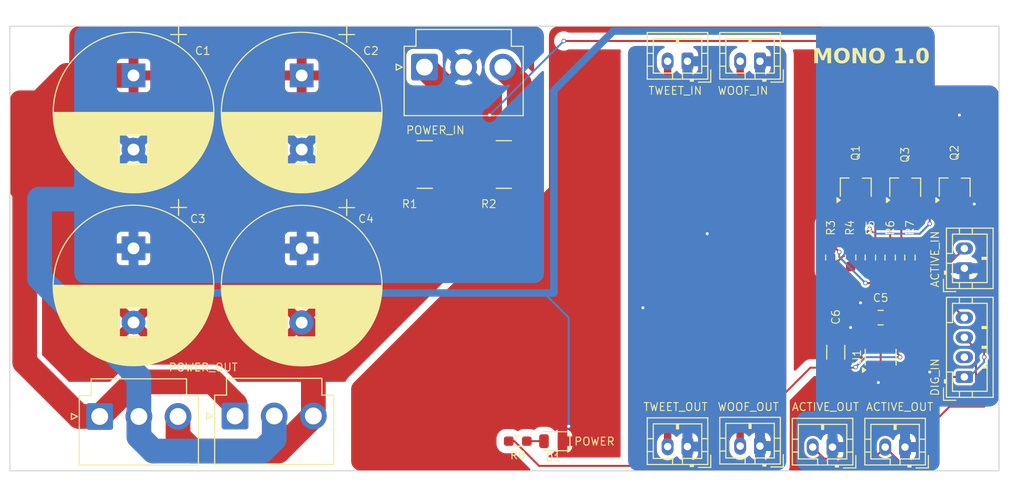
<source format=kicad_pcb>
(kicad_pcb (version 20240108) (generator "pcbnew") (generator_version "8.0")
  (layers (0 "F.Cu" signal) (31 "B.Cu" signal) (34 "B.Paste" user) (35 "F.Paste" user) (36 "B.SilkS" user "B.Silkscreen") (37 "F.SilkS" user "F.Silkscreen") (38 "B.Mask" user) (39 "F.Mask" user) (44 "Edge.Cuts" user))
  (net 0 "")
  (net 1 "VM")
  (net 2 "VP")
  (net 3 "PGND")
  (net 4 "POS")
  (net 5 "NEG")
  (net 6 "ACTIVE")
  (net 7 "3V3")
  (net 8 "SCL")
  (net 9 "SDA")
  (net 10 "TWEETER")
  (net 11 "WOOFER")
  (net 12 "ACTIVE_IN")
  (net 13 "ACTIVE_OUT")
  (net 14 "AGND")
  (net 15 "Net-(Q1-B)")
  (net 16 "Net-(Q1-C)")
  (net 17 "Net-(Q2-B)")
  (net 18 "Net-(Q3-B)")
  (net 19 "Net-(Q2-C)")
  (net 20 "Net-(D1-A)")
  (footprint "Capacitor_THT:CP_Radial_D16.0mm_P7.50mm" (layer "F.Cu") (at 98.4 95.987246 -90)
    (property "Reference" "C3" (at -2.987246 -6.5 0) (layer "F.SilkS") (effects (font (size 0.8 0.8) (thickness 0.1))))
    (property "Value" "2200u 50V")
    (pad "1" thru_hole rect (at 0 0 270) (size 2.4 2.4) (drill 1.2) (layers "*.Cu" "*.Mask") (net 3 "PGND"))
    (pad "2" thru_hole circle (at 7.5 0 270) (size 2.4 2.4) (drill 1.2) (layers "*.Cu" "*.Mask") (net 5 "NEG"))
  )
  (footprint "Connector_JST:JST_PH_B2B-PH-K_1x02_P2.00mm_Vertical" (layer "F.Cu") (at 154.4 116.05 180)
    (property "Reference" "J9" (hide yes))
    (property "Value" "Conn_01x02_Pin")
    (pad "1" thru_hole roundrect (at 0 0 180) (size 1.2 1.75) (drill 0.75) (layers "*.Cu" "*.Mask") (roundrect_rratio 0.208333) (net 14 "AGND"))
    (pad "2" thru_hole oval (at 2 0 180) (size 1.2 1.75) (drill 0.75) (layers "*.Cu" "*.Mask") (net 10 "TWEETER"))
  )
  (footprint "Connector_JST:JST_PH_B2B-PH-K_1x02_P2.00mm_Vertical" (layer "F.Cu") (at 161.733333 77.05 180)
    (property "Reference" "J3" (hide yes))
    (property "Value" "Conn_01x02_Pin")
    (pad "1" thru_hole roundrect (at 0 0 180) (size 1.2 1.75) (drill 0.75) (layers "*.Cu" "*.Mask") (roundrect_rratio 0.208333) (net 14 "AGND"))
    (pad "2" thru_hole oval (at 2 0 180) (size 1.2 1.75) (drill 0.75) (layers "*.Cu" "*.Mask") (net 11 "WOOFER"))
  )
  (footprint "Capacitor_THT:CP_Radial_D16.0mm_P7.50mm" (layer "F.Cu") (at 98.4 78.487246 -90)
    (property "Reference" "C1" (at -2.487246 -7 0) (layer "F.SilkS") (effects (font (size 0.8 0.8) (thickness 0.1))))
    (property "Value" "2200u 50V")
    (pad "1" thru_hole rect (at 0 0 270) (size 2.4 2.4) (drill 1.2) (layers "*.Cu" "*.Mask") (net 4 "POS"))
    (pad "2" thru_hole circle (at 7.5 0 270) (size 2.4 2.4) (drill 1.2) (layers "*.Cu" "*.Mask") (net 3 "PGND"))
  )
  (footprint "Resistor_SMD:R_0603_1608Metric_Pad0.98x0.95mm_HandSolder" (layer "F.Cu") (at 174.9 96.9125 90)
    (property "Reference" "R6" (at 3 0 90) (layer "F.SilkS") (effects (font (size 0.8 0.8) (thickness 0.1))))
    (property "Value" "10K")
    (pad "1" smd roundrect (at -0.9125 0 90) (size 0.975 0.95) (layers "F.Cu" "F.Paste" "F.Mask") (net 5 "NEG"))
    (pad "2" smd roundrect (at 0.9125 0 90) (size 0.975 0.95) (layers "F.Cu" "F.Paste" "F.Mask") (net 18 "Net-(Q3-B)"))
  )
  (footprint "MountingHole:MountingHole_3.2mm_M3" (layer "F.Cu") (at 88.4 76 90)
    (property "Reference" "H1" (hide yes))
    (property "Value" "MountingHole")
    (pad "" np_thru_hole circle (at 0 0 90) (size 3.2 3.2) (drill 3.2) (layers "*.Cu" "*.Mask"))
  )
  (footprint "MountingHole:MountingHole_3.2mm_M3" (layer "F.Cu") (at 88.4 116 90)
    (property "Reference" "H3" (hide yes))
    (property "Value" "MountingHole")
    (pad "" np_thru_hole circle (at 0 0 90) (size 3.2 3.2) (drill 3.2) (layers "*.Cu" "*.Mask"))
  )
  (footprint "MountingHole:MountingHole_3.2mm_M3" (layer "F.Cu") (at 183.4 76 90)
    (property "Reference" "H2" (hide yes))
    (property "Value" "MountingHole")
    (pad "" np_thru_hole circle (at 0 0 90) (size 3.2 3.2) (drill 3.2) (layers "*.Cu" "*.Mask"))
  )
  (footprint "Connector_JST:JST_VH_B3P-VH-B_1x03_P3.96mm_Vertical" (layer "F.Cu") (at 108.6625 112.95)
    (property "Reference" "J7" (hide yes))
    (property "Value" "Conn_01x03_Male")
    (pad "1" thru_hole roundrect (at 0 0) (size 2.7 2.7) (drill 1.7) (layers "*.Cu" "*.Mask") (roundrect_rratio 0.092593) (net 4 "POS"))
    (pad "2" thru_hole circle (at 3.96 0) (size 2.7 2.7) (drill 1.7) (layers "*.Cu" "*.Mask") (net 3 "PGND"))
    (pad "3" thru_hole circle (at 7.92 0) (size 2.7 2.7) (drill 1.7) (layers "*.Cu" "*.Mask") (net 5 "NEG"))
  )
  (footprint "Connector_JST:JST_VH_B3P-VH-B_1x03_P3.96mm_Vertical" (layer "F.Cu") (at 94.98 113)
    (property "Reference" "J6" (hide yes))
    (property "Value" "Conn_01x03_Male")
    (pad "1" thru_hole roundrect (at 0 0) (size 2.7 2.7) (drill 1.7) (layers "*.Cu" "*.Mask") (roundrect_rratio 0.092593) (net 4 "POS"))
    (pad "2" thru_hole circle (at 3.96 0) (size 2.7 2.7) (drill 1.7) (layers "*.Cu" "*.Mask") (net 3 "PGND"))
    (pad "3" thru_hole circle (at 7.92 0) (size 2.7 2.7) (drill 1.7) (layers "*.Cu" "*.Mask") (net 5 "NEG"))
  )
  (footprint "Package_TO_SOT_SMD:TSOT-23" (layer "F.Cu") (at 171.4 89.825 90)
    (property "Reference" "Q1" (at 3.5 0 90) (layer "F.SilkS") (effects (font (size 0.8 0.8) (thickness 0.1))))
    (property "Value" "610-CMPTA56")
    (pad "1" smd roundrect (at -1.31 -0.95 90) (size 1.22 0.65) (layers "F.Cu" "F.Paste" "F.Mask") (net 15 "Net-(Q1-B)"))
    (pad "2" smd roundrect (at -1.31 0.95 90) (size 1.22 0.65) (layers "F.Cu" "F.Paste" "F.Mask") (net 7 "3V3"))
    (pad "3" smd roundrect (at 1.31 0 90) (size 1.22 0.65) (layers "F.Cu" "F.Paste" "F.Mask") (net 16 "Net-(Q1-C)"))
  )
  (footprint "Connector_JST:JST_PH_B2B-PH-K_1x02_P2.00mm_Vertical" (layer "F.Cu") (at 161.733333 116 180)
    (property "Reference" "J8" (hide yes))
    (property "Value" "Conn_01x02_Pin")
    (pad "1" thru_hole roundrect (at 0 0 180) (size 1.2 1.75) (drill 0.75) (layers "*.Cu" "*.Mask") (roundrect_rratio 0.208333) (net 14 "AGND"))
    (pad "2" thru_hole oval (at 2 0 180) (size 1.2 1.75) (drill 0.75) (layers "*.Cu" "*.Mask") (net 11 "WOOFER"))
  )
  (footprint "Connector_JST:JST_PH_B2B-PH-K_1x02_P2.00mm_Vertical" (layer "F.Cu") (at 169.066666 116.1 180)
    (property "Reference" "J11" (hide yes))
    (property "Value" "Conn_01x02_Pin")
    (pad "1" thru_hole roundrect (at 0 0 180) (size 1.2 1.75) (drill 0.75) (layers "*.Cu" "*.Mask") (roundrect_rratio 0.208333) (net 3 "PGND"))
    (pad "2" thru_hole oval (at 2 0 180) (size 1.2 1.75) (drill 0.75) (layers "*.Cu" "*.Mask") (net 13 "ACTIVE_OUT"))
  )
  (footprint "Resistor_SMD:R_0603_1608Metric_Pad0.98x0.95mm_HandSolder" (layer "F.Cu") (at 170.9 96.9125 -90)
    (property "Reference" "R4" (at -3 0.07 90) (layer "F.SilkS") (effects (font (size 0.8 0.8) (thickness 0.1))))
    (property "Value" "1K")
    (pad "1" smd roundrect (at -0.9125 0 270) (size 0.975 0.95) (layers "F.Cu" "F.Paste" "F.Mask") (net 19 "Net-(Q2-C)"))
    (pad "2" smd roundrect (at 0.9125 0 270) (size 0.975 0.95) (layers "F.Cu" "F.Paste" "F.Mask") (net 15 "Net-(Q1-B)"))
  )
  (footprint "Resistor_SMD:R_1218_3246Metric_Pad1.22x4.75mm_HandSolder" (layer "F.Cu") (at 127.8375 87.5 180)
    (property "Reference" "R1" (at 1.52 -4 0) (layer "F.SilkS") (effects (font (size 0.8 0.8) (thickness 0.1))))
    (property "Value" "470m 3W")
    (pad "1" smd roundrect (at -1.5625 0 180) (size 1.225 4.75) (layers "F.Cu" "F.Paste" "F.Mask") (roundrect_rratio 0.204082) (net 2 "VP"))
    (pad "2" smd roundrect (at 1.5625 0 180) (size 1.225 4.75) (layers "F.Cu" "F.Paste" "F.Mask") (roundrect_rratio 0.204082) (net 4 "POS"))
  )
  (footprint "Connector_JST:JST_VH_B3P-VH-B_1x03_P3.96mm_Vertical" (layer "F.Cu") (at 127.8175 77.64375)
    (property "Reference" "J1" (hide yes))
    (property "Value" "Conn_01x03_Male")
    (pad "1" thru_hole roundrect (at 0 0) (size 2.7 2.7) (drill 1.7) (layers "*.Cu" "*.Mask") (roundrect_rratio 0.092593) (net 2 "VP"))
    (pad "2" thru_hole circle (at 3.96 0) (size 2.7 2.7) (drill 1.7) (layers "*.Cu" "*.Mask") (net 3 "PGND"))
    (pad "3" thru_hole circle (at 7.92 0) (size 2.7 2.7) (drill 1.7) (layers "*.Cu" "*.Mask") (net 1 "VM"))
  )
  (footprint "Capacitor_SMD:C_0805_2012Metric_Pad1.18x1.45mm_HandSolder" (layer "F.Cu") (at 173.9375 103 180)
    (property "Reference" "C5" (at 0 2 0) (layer "F.SilkS") (effects (font (size 0.8 0.8) (thickness 0.1))))
    (property "Value" "0.1u")
    (pad "1" smd roundrect (at -1.0375 0 180) (size 1.175 1.45) (layers "F.Cu" "F.Paste" "F.Mask") (roundrect_rratio 0.212766) (net 7 "3V3"))
    (pad "2" smd roundrect (at 1.0375 0 180) (size 1.175 1.45) (layers "F.Cu" "F.Paste" "F.Mask") (roundrect_rratio 0.212766) (net 3 "PGND"))
  )
  (footprint "Connector_JST:JST_PH_B2B-PH-K_1x02_P2.00mm_Vertical" (layer "F.Cu") (at 154.4 77.05 180)
    (property "Reference" "J2" (hide yes))
    (property "Value" "Conn_01x02_Pin")
    (pad "1" thru_hole roundrect (at 0 0 180) (size 1.2 1.75) (drill 0.75) (layers "*.Cu" "*.Mask") (roundrect_rratio 0.208333) (net 14 "AGND"))
    (pad "2" thru_hole oval (at 2 0 180) (size 1.2 1.75) (drill 0.75) (layers "*.Cu" "*.Mask") (net 10 "TWEETER"))
  )
  (footprint "Package_TO_SOT_SMD:TSOT-23" (layer "F.Cu") (at 176.4 89.825 90)
    (property "Reference" "Q3" (at 3.31 0 90) (layer "F.SilkS") (effects (font (size 0.8 0.8) (thickness 0.1))))
    (property "Value" "BC817K-40")
    (pad "1" smd roundrect (at -1.31 -0.95 90) (size 1.22 0.65) (layers "F.Cu" "F.Paste" "F.Mask") (net 18 "Net-(Q3-B)"))
    (pad "2" smd roundrect (at -1.31 0.95 90) (size 1.22 0.65) (layers "F.Cu" "F.Paste" "F.Mask") (net 5 "NEG"))
    (pad "3" smd roundrect (at 1.31 0 90) (size 1.22 0.65) (layers "F.Cu" "F.Paste" "F.Mask") (net 13 "ACTIVE_OUT"))
  )
  (footprint "Capacitor_THT:CP_Radial_D16.0mm_P7.50mm" (layer "F.Cu") (at 115.4 96 -90)
    (property "Reference" "C4" (at -3 -6.5 0) (layer "F.SilkS") (effects (font (size 0.8 0.8) (thickness 0.1))))
    (property "Value" "2200u 50V")
    (pad "1" thru_hole rect (at 0 0 270) (size 2.4 2.4) (drill 1.2) (layers "*.Cu" "*.Mask") (net 3 "PGND"))
    (pad "2" thru_hole circle (at 7.5 0 270) (size 2.4 2.4) (drill 1.2) (layers "*.Cu" "*.Mask") (net 5 "NEG"))
  )
  (footprint "Connector_JST:JST_PH_B2B-PH-K_1x02_P2.00mm_Vertical" (layer "F.Cu") (at 176.4 116.1 180)
    (property "Reference" "J10" (hide yes))
    (property "Value" "Conn_01x02_Pin")
    (pad "1" thru_hole roundrect (at 0 0 180) (size 1.2 1.75) (drill 0.75) (layers "*.Cu" "*.Mask") (roundrect_rratio 0.208333) (net 3 "PGND"))
    (pad "2" thru_hole oval (at 2 0 180) (size 1.2 1.75) (drill 0.75) (layers "*.Cu" "*.Mask") (net 13 "ACTIVE_OUT"))
  )
  (footprint "LED_SMD:LED_0805_2012Metric" (layer "F.Cu") (at 140.8375 115.5 180)
    (property "Reference" "D1" (at 0 -1.65 360) (layer "F.SilkS") (effects (font (size 0.8 0.8) (thickness 0.1))))
    (property "Value" "BLUE")
    (pad "1" smd roundrect (at -0.9375 0 180) (size 0.975 1.4) (layers "F.Cu" "F.Paste" "F.Mask") (net 3 "PGND"))
    (pad "2" smd roundrect (at 0.9375 0 180) (size 0.975 1.4) (layers "F.Cu" "F.Paste" "F.Mask") (net 20 "Net-(D1-A)"))
  )
  (footprint "Resistor_SMD:R_1218_3246Metric_Pad1.22x4.75mm_HandSolder" (layer "F.Cu") (at 135.8375 87.5 180)
    (property "Reference" "R2" (at 1.52 -4 0) (layer "F.SilkS") (effects (font (size 0.8 0.8) (thickness 0.1))))
    (property "Value" "470m 3W")
    (pad "1" smd roundrect (at -1.5625 0 180) (size 1.225 4.75) (layers "F.Cu" "F.Paste" "F.Mask") (roundrect_rratio 0.204082) (net 1 "VM"))
    (pad "2" smd roundrect (at 1.5625 0 180) (size 1.225 4.75) (layers "F.Cu" "F.Paste" "F.Mask") (roundrect_rratio 0.204082) (net 5 "NEG"))
  )
  (footprint "Capacitor_THT:CP_Radial_D16.0mm_P7.50mm" (layer "F.Cu") (at 115.4 78.487246 -90)
    (property "Reference" "C2" (at -2.487246 -7 0) (layer "F.SilkS") (effects (font (size 0.8 0.8) (thickness 0.1))))
    (property "Value" "2200u 50V")
    (pad "1" thru_hole rect (at 0 0 270) (size 2.4 2.4) (drill 1.2) (layers "*.Cu" "*.Mask") (net 4 "POS"))
    (pad "2" thru_hole circle (at 7.5 0 270) (size 2.4 2.4) (drill 1.2) (layers "*.Cu" "*.Mask") (net 3 "PGND"))
  )
  (footprint "Resistor_SMD:R_0603_1608Metric_Pad0.98x0.95mm_HandSolder" (layer "F.Cu") (at 172.9 96.9125 90)
    (property "Reference" "R5" (at 3 0 90) (layer "F.SilkS") (effects (font (size 0.8 0.8) (thickness 0.1))))
    (property "Value" "90K")
    (pad "1" smd roundrect (at -0.9125 0 90) (size 0.975 0.95) (layers "F.Cu" "F.Paste" "F.Mask") (net 18 "Net-(Q3-B)"))
    (pad "2" smd roundrect (at 0.9125 0 90) (size 0.975 0.95) (layers "F.Cu" "F.Paste" "F.Mask") (net 16 "Net-(Q1-C)"))
  )
  (footprint "Connector_JST:JST_PH_B2B-PH-K_1x02_P2.00mm_Vertical" (layer "F.Cu") (at 182.4 98 90)
    (property "Reference" "J4" (hide yes))
    (property "Value" "Conn_01x02_Pin")
    (pad "1" thru_hole roundrect (at 0 0 90) (size 1.2 1.75) (drill 0.75) (layers "*.Cu" "*.Mask") (roundrect_rratio 0.208333) (net 3 "PGND"))
    (pad "2" thru_hole oval (at 2 0 90) (size 1.2 1.75) (drill 0.75) (layers "*.Cu" "*.Mask") (net 12 "ACTIVE_IN"))
  )
  (footprint "Connector_JST:JST_PH_B4B-PH-K_1x04_P2.00mm_Vertical" (layer "F.Cu") (at 182.4 109 90)
    (property "Reference" "J5" (hide yes))
    (property "Value" "Conn_01x04_Pin")
    (pad "1" thru_hole roundrect (at 0 0 90) (size 1.2 1.75) (drill 0.75) (layers "*.Cu" "*.Mask") (roundrect_rratio 0.208333) (net 7 "3V3"))
    (pad "2" thru_hole oval (at 2 0 90) (size 1.2 1.75) (drill 0.75) (layers "*.Cu" "*.Mask") (net 6 "ACTIVE"))
    (pad "3" thru_hole oval (at 4 0 90) (size 1.2 1.75) (drill 0.75) (layers "*.Cu" "*.Mask") (net 8 "SCL"))
    (pad "4" thru_hole oval (at 6 0 90) (size 1.2 1.75) (drill 0.75) (layers "*.Cu" "*.Mask") (net 9 "SDA"))
  )
  (footprint "Resistor_SMD:R_0603_1608Metric_Pad0.98x0.95mm_HandSolder" (layer "F.Cu") (at 137.25 115.5 180)
    (property "Reference" "R8" (at 0 -1.43 360) (layer "F.SilkS") (effects (font (size 0.8 0.8) (thickness 0.1))))
    (property "Value" "75R")
    (pad "1" smd roundrect (at -0.9125 0 180) (size 0.975 0.95) (layers "F.Cu" "F.Paste" "F.Mask") (net 20 "Net-(D1-A)"))
    (pad "2" smd roundrect (at 0.9125 0 180) (size 0.975 0.95) (layers "F.Cu" "F.Paste" "F.Mask") (net 7 "3V3"))
  )
  (footprint "Resistor_SMD:R_0603_1608Metric_Pad0.98x0.95mm_HandSolder" (layer "F.Cu") (at 176.9 96.9125 90)
    (property "Reference" "R7" (at 3 0 90) (layer "F.SilkS") (effects (font (size 0.8 0.8) (thickness 0.1))))
    (property "Value" "1K")
    (pad "1" smd roundrect (at -0.9125 0 90) (size 0.975 0.95) (layers "F.Cu" "F.Paste" "F.Mask") (net 12 "ACTIVE_IN"))
    (pad "2" smd roundrect (at 0.9125 0 90) (size 0.975 0.95) (layers "F.Cu" "F.Paste" "F.Mask") (net 17 "Net-(Q2-B)"))
  )
  (footprint "MountingHole:MountingHole_3.2mm_M3" (layer "F.Cu") (at 183.4 116 90)
    (property "Reference" "H4" (hide yes))
    (property "Value" "MountingHole")
    (pad "" np_thru_hole circle (at 0 0 90) (size 3.2 3.2) (drill 3.2) (layers "*.Cu" "*.Mask"))
  )
  (footprint "Package_TO_SOT_SMD:TSOT-23" (layer "F.Cu") (at 181.4 89.825 90)
    (property "Reference" "Q2" (at 3.5 0 90) (layer "F.SilkS") (effects (font (size 0.8 0.8) (thickness 0.1))))
    (property "Value" "BC817K-40")
    (pad "1" smd roundrect (at -1.31 -0.95 90) (size 1.22 0.65) (layers "F.Cu" "F.Paste" "F.Mask") (net 17 "Net-(Q2-B)"))
    (pad "2" smd roundrect (at -1.31 0.95 90) (size 1.22 0.65) (layers "F.Cu" "F.Paste" "F.Mask") (net 3 "PGND"))
    (pad "3" smd roundrect (at 1.31 0 90) (size 1.22 0.65) (layers "F.Cu" "F.Paste" "F.Mask") (net 19 "Net-(Q2-C)"))
  )
  (footprint "Resistor_SMD:R_0603_1608Metric_Pad0.98x0.95mm_HandSolder" (layer "F.Cu") (at 168.9 96.9125 90)
    (property "Reference" "R3" (at 3 0 90) (layer "F.SilkS") (effects (font (size 0.8 0.8) (thickness 0.1))))
    (property "Value" "10k")
    (pad "1" smd roundrect (at -0.9125 0 90) (size 0.975 0.95) (layers "F.Cu" "F.Paste" "F.Mask") (net 19 "Net-(Q2-C)"))
    (pad "2" smd roundrect (at 0.9125 0 90) (size 0.975 0.95) (layers "F.Cu" "F.Paste" "F.Mask") (net 7 "3V3"))
  )
  (footprint "Capacitor_SMD:C_1206_3216Metric_Pad1.33x1.80mm_HandSolder" (layer "F.Cu") (at 169.4 106.5 90)
    (property "Reference" "C6" (at 3.5625 0 90) (layer "F.SilkS") (effects (font (size 0.8 0.8) (thickness 0.1))))
    (property "Value" "10u")
    (pad "1" smd roundrect (at -1.5625 0 90) (size 1.325 1.8) (layers "F.Cu" "F.Paste" "F.Mask") (roundrect_rratio 0.188679) (net 7 "3V3"))
    (pad "2" smd roundrect (at 1.5625 0 90) (size 1.325 1.8) (layers "F.Cu" "F.Paste" "F.Mask") (roundrect_rratio 0.188679) (net 3 "PGND"))
  )
  (footprint "Package_TO_SOT_SMD:SOT-23-6" (layer "F.Cu") (at 173.9375 107 90)
    (property "Reference" "U1" (at 0 -2.4 90) (layer "F.SilkS") (effects (font (size 0.8 0.8) (thickness 0.1))))
    (property "Value" "TMP100")
    (pad "1" smd roundrect (at -1.1375 -0.95 90) (size 1.325 0.6) (layers "F.Cu" "F.Paste" "F.Mask") (net 8 "SCL"))
    (pad "2" smd roundrect (at -1.1375 0 90) (size 1.325 0.6) (layers "F.Cu" "F.Paste" "F.Mask") (net 3 "PGND"))
    (pad "3" smd roundrect (at -1.1375 0.95 90) (size 1.325 0.6) (layers "F.Cu" "F.Paste" "F.Mask") (net 3 "PGND"))
    (pad "4" smd roundrect (at 1.1375 0.95 90) (size 1.325 0.6) (layers "F.Cu" "F.Paste" "F.Mask") (net 7 "3V3"))
    (pad "5" smd roundrect (at 1.1375 0 90) (size 1.325 0.6) (layers "F.Cu" "F.Paste" "F.Mask") (net 3 "PGND"))
    (pad "6" smd roundrect (at 1.1375 -0.95 90) (size 1.325 0.6) (layers "F.Cu" "F.Paste" "F.Mask") (net 9 "SDA"))
  )
  (gr_line (start 85.9 118.5) (end 85.9 73.5) (stroke (width 0.1)) (layer "Edge.Cuts"))
  (gr_line (start 85.9 73.5) (end 185.9 73.5) (stroke (width 0.1)) (layer "Edge.Cuts"))
  (gr_line (start 185.9 73.5) (end 185.9 118.5) (stroke (width 0.1)) (layer "Edge.Cuts"))
  (gr_line (start 185.9 118.5) (end 85.9 118.5) (stroke (width 0.1)) (layer "Edge.Cuts"))
  (gr_text "DIG_IN" (at 179.9 111 90) (layer "F.SilkS") (effects (font (size 0.8 0.8) (thickness 0.1)) (justify left bottom)))
  (gr_text "POWER" (at 142.9 116 0) (layer "F.SilkS") (effects (font (size 0.8 0.8) (thickness 0.1)) (justify left bottom)))
  (gr_text "WOOF_OUT" (at 157.4 112.5 0) (layer "F.SilkS") (effects (font (size 0.8 0.8) (thickness 0.1)) (justify left bottom)))
  (gr_text "ACTIVE_OUT" (at 164.9 112.5 0) (layer "F.SilkS") (effects (font (size 0.8 0.8) (thickness 0.1)) (justify left bottom)))
  (gr_text "POWER_OUT" (at 101.9 108.5 0) (layer "F.SilkS") (effects (font (size 0.8 0.8) (thickness 0.1)) (justify left bottom)))
  (gr_text "POWER_IN" (at 125.9 84.5 0) (layer "F.SilkS") (effects (font (size 0.8 0.8) (thickness 0.1)) (justify left bottom)))
  (gr_text "WOOF_IN" (at 157.4 80.5 0) (layer "F.SilkS") (effects (font (size 0.8 0.8) (thickness 0.1)) (justify left bottom)))
  (gr_text "ACTIVE_IN" (at 179.9 100 90) (layer "F.SilkS") (effects (font (size 0.8 0.8) (thickness 0.1)) (justify left bottom)))
  (gr_text "MONO 1.0" (at 178.9 77.5 0) (layer "F.SilkS") (effects (font (size 1.5 1.5) (thickness 0.1) (bold yes)) (justify right bottom)))
  (gr_text "TWEET_OUT" (at 149.9 112.5 0) (layer "F.SilkS") (effects (font (size 0.8 0.8) (thickness 0.1)) (justify left bottom)))
  (gr_text "TWEET_IN" (at 150.4 80.5 0) (layer "F.SilkS") (effects (font (size 0.8 0.8) (thickness 0.1)) (justify left bottom)))
  (gr_text "ACTIVE_OUT" (at 172.4 112.5 0) (layer "F.SilkS") (effects (font (size 0.8 0.8) (thickness 0.1)) (justify left bottom)))
  (segment (start 137.4 79.30625) (end 137.4 86.69375) (width 2.5) (layer "F.Cu") (net 1))
  (segment (start 135.7375 77.64375) (end 137.4 79.30625) (width 2.5) (layer "F.Cu") (net 1))
  (segment (start 127.8175 77.64375) (end 129.4 79.22625) (width 2.5) (layer "F.Cu") (net 2))
  (segment (start 129.4 79.22625) (end 129.4 87.5) (width 2.5) (layer "F.Cu") (net 2))
  (segment (start 173.9375 105.8625) (end 173.9375 108.1375) (width 0.2) (layer "F.Cu") (net 3))
  (segment (start 141.775 114.625) (end 142.4 114) (width 0.2) (layer "F.Cu") (net 3))
  (segment (start 172.9 102.5) (end 171.9 101.5) (width 0.2) (layer "F.Cu") (net 3))
  (segment (start 183.035 91.135) (end 183.4 91.5) (width 0.2) (layer "F.Cu") (net 3))
  (segment (start 173.9375 109.328851) (end 173.70049 109.565861) (width 0.2) (layer "F.Cu") (net 3))
  (segment (start 169.4 104.9375) (end 169.9625 104.9375) (width 0.2) (layer "F.Cu") (net 3))
  (segment (start 175.25 108.5) (end 177.4375 108.5) (width 0.2) (layer "F.Cu") (net 3))
  (segment (start 173.9375 108.1375) (end 173.9375 109.328851) (width 0.2) (layer "F.Cu") (net 3))
  (segment (start 169.9625 104.9375) (end 170.9 104) (width 0.2) (layer "F.Cu") (net 3))
  (segment (start 174.8875 108.1375) (end 175.25 108.5) (width 0.2) (layer "F.Cu") (net 3))
  (segment (start 182.35 91.135) (end 183.035 91.135) (width 0.2) (layer "F.Cu") (net 3))
  (segment (start 177.4375 108.5) (end 178.9 108.5) (width 0.2) (layer "F.Cu") (net 3))
  (segment (start 172.9 103) (end 172.9 102.5) (width 0.2) (layer "F.Cu") (net 3))
  (segment (start 141.775 115.5) (end 141.775 114.625) (width 0.2) (layer "F.Cu") (net 3))
  (via (at 170.9 104) (size 0.45) (drill 0.3) (layers "F.Cu" "B.Cu") (net 3))
  (via (at 178.9 108.5) (size 0.45) (drill 0.3) (layers "F.Cu" "B.Cu") (net 3))
  (via (at 183.4 91.5) (size 0.45) (drill 0.3) (layers "F.Cu" "B.Cu") (net 3))
  (via (at 181.9 82.5) (size 0.45) (drill 0.3) (layers "F.Cu" "B.Cu") (net 3))
  (via (at 171.9 101.5) (size 0.45) (drill 0.3) (layers "F.Cu" "B.Cu") (net 3))
  (via (at 173.70049 109.565861) (size 0.45) (drill 0.3) (layers "F.Cu" "B.Cu") (net 3))
  (via (at 142.4 114) (size 0.45) (drill 0.3) (layers "F.Cu" "B.Cu") (net 3))
  (segment (start 98.94 115.04) (end 98.94 113) (width 2.5) (layer "B.Cu") (net 3))
  (segment (start 111.4 116.5) (end 100.4 116.5) (width 2.5) (layer "B.Cu") (net 3))
  (segment (start 112.6225 112.95) (end 112.6225 115.2775) (width 2.5) (layer "B.Cu") (net 3))
  (segment (start 112.6225 115.2775) (end 111.4 116.5) (width 2.5) (layer "B.Cu") (net 3))
  (segment (start 88.9 91) (end 97.4 91) (width 2.5) (layer "B.Cu") (net 3))
  (segment (start 142.4 103) (end 139.9 100.5) (width 0.2) (layer "B.Cu") (net 3))
  (segment (start 139.9 100.5) (end 92.4 100.5) (width 0.75) (layer "B.Cu") (net 3))
  (segment (start 98.94 109.04) (end 91.4 101.5) (width 2.5) (layer "B.Cu") (net 3))
  (segment (start 167.9 74) (end 146.9 74) (width 0.75) (layer "B.Cu") (net 3))
  (segment (start 140.9 80) (end 140.9 100.5) (width 0.75) (layer "B.Cu") (net 3))
  (segment (start 97.4 91) (end 97.9 90.5) (width 2.5) (layer "B.Cu") (net 3))
  (segment (start 92.4 100.5) (end 91.4 101.5) (width 0.75) (layer "B.Cu") (net 3))
  (segment (start 140.9 100.5) (end 139.9 100.5) (width 0.75) (layer "B.Cu") (net 3))
  (segment (start 98.94 113) (end 98.94 109.04) (width 2.5) (layer "B.Cu") (net 3))
  (segment (start 100.4 116.5) (end 98.94 115.04) (width 2.5) (layer "B.Cu") (net 3))
  (segment (start 88.9 99) (end 88.9 91) (width 2.5) (layer "B.Cu") (net 3))
  (segment (start 142.4 114) (end 142.4 103) (width 0.2) (layer "B.Cu") (net 3))
  (segment (start 146.9 74) (end 140.9 80) (width 0.75) (layer "B.Cu") (net 3))
  (segment (start 91.4 101.5) (end 88.9 99) (width 2.5) (layer "B.Cu") (net 3))
  (segment (start 87.15 83) (end 87.15 85) (width 2.5) (layer "F.Cu") (net 4))
  (segment (start 91.662754 78.487246) (end 87.15 83) (width 2.5) (layer "F.Cu") (net 4))
  (segment (start 98.4 78.487246) (end 91.662754 78.487246) (width 2.5) (layer "F.Cu") (net 4))
  (segment (start 87.4 107.5) (end 92.9 113) (width 2.5) (layer "F.Cu") (net 4))
  (segment (start 108.6625 112.95) (end 108.6625 111.7625) (width 2.5) (layer "F.Cu") (net 4))
  (segment (start 98.48 109.5) (end 94.98 113) (width 2.5) (layer "F.Cu") (net 4))
  (segment (start 106.4 109.5) (end 98.48 109.5) (width 2.5) (layer "F.Cu") (net 4))
  (segment (start 87.15 85) (end 87.4 85.25) (width 2.5) (layer "F.Cu") (net 4))
  (segment (start 108.6625 111.7625) (end 106.4 109.5) (width 2.5) (layer "F.Cu") (net 4))
  (segment (start 92.9 113) (end 94.98 113) (width 2.5) (layer "F.Cu") (net 4))
  (segment (start 87.4 85.25) (end 87.4 107.5) (width 2.5) (layer "F.Cu") (net 4))
  (segment (start 104.4 116.5) (end 113.0325 116.5) (width 2.5) (layer "F.Cu") (net 5))
  (segment (start 113.0325 116.5) (end 116.5825 112.95) (width 2.5) (layer "F.Cu") (net 5))
  (segment (start 175.4 89.185) (end 175.4 77.5) (width 0.2) (layer "F.Cu") (net 5))
  (segment (start 102.9 113) (end 102.9 115) (width 2.5) (layer "F.Cu") (net 5))
  (segment (start 175.4 77.5) (end 172.9 75) (width 0.2) (layer "F.Cu") (net 5))
  (segment (start 174.9 97.825) (end 176.025001 96.699999) (width 0.2) (layer "F.Cu") (net 5))
  (segment (start 116.5825 112.95) (end 116.5825 104.6825) (width 2.5) (layer "F.Cu") (net 5))
  (segment (start 172.9 75) (end 141.9 75) (width 0.2) (layer "F.Cu") (net 5))
  (segment (start 176.025001 96.699999) (end 176.025001 92.5) (width 0.2) (layer "F.Cu") (net 5))
  (segment (start 176.525001 92) (end 176.025001 92.5) (width 0.2) (layer "F.Cu") (net 5))
  (segment (start 177.35 91.135) (end 175.4 89.185) (width 0.2) (layer "F.Cu") (net 5))
  (segment (start 116.5825 104.6825) (end 115.4 103.5) (width 2.5) (layer "F.Cu") (net 5))
  (segment (start 102.9 115) (end 104.4 116.5) (width 2.5) (layer "F.Cu") (net 5))
  (segment (start 177.35 91.135) (end 176.525001 91.959999) (width 0.2) (layer "F.Cu") (net 5))
  (segment (start 176.525001 91.959999) (end 176.525001 92) (width 0.2) (layer "F.Cu") (net 5))
  (via (at 141.9 75) (size 0.45) (drill 0.3) (layers "F.Cu" "B.Cu") (net 5))
  (via (at 134.4 82.5) (size 0.45) (drill 0.3) (layers "F.Cu" "B.Cu") (net 5))
  (segment (start 134.4 82.5) (end 141.9 75) (width 0.2) (layer "B.Cu") (net 5))
  (segment (start 174.975 105.775) (end 174.8875 105.8625) (width 0.2) (layer "F.Cu") (net 7))
  (segment (start 181.4 99.5) (end 172.4 99.5) (width 0.2) (layer "F.Cu") (net 7))
  (segment (start 184.4 102.5) (end 182.9 101) (width 0.2) (layer "F.Cu") (net 7))
  (segment (start 182.9 101) (end 181.4 99.5) (width 0.2) (layer "F.Cu") (net 7))
  (segment (start 136.9 115.5) (end 139.4 118) (width 0.2) (layer "F.Cu") (net 7))
  (segment (start 174.8875 105.8625) (end 175.375 105.375) (width 0.2) (layer "F.Cu") (net 7))
  (segment (start 139.4 118) (end 163.9 118) (width 0.2) (layer "F.Cu") (net 7))
  (segment (start 166.8375 108.0625) (end 169.4 108.0625) (width 0.2) (layer "F.Cu") (net 7))
  (segment (start 171.85 93.05) (end 168.9 96) (width 0.2) (layer "F.Cu") (net 7))
  (segment (start 174.975 103) (end 174.975 105.775) (width 0.2) (layer "F.Cu") (net 7))
  (segment (start 169.4 108.0625) (end 171.3375 108.0625) (width 0.2) (layer "F.Cu") (net 7))
  (segment (start 172.35 91.135) (end 172.35 92.55) (width 0.2) (layer "F.Cu") (net 7))
  (segment (start 136.3375 115.5) (end 136.9 115.5) (width 0.2) (layer "F.Cu") (net 7))
  (segment (start 168.9 96) (end 169.4 96) (width 0.2) (layer "F.Cu") (net 7))
  (segment (start 184.4 107) (end 184.4 102.5) (width 0.2) (layer "F.Cu") (net 7))
  (segment (start 181.0625 109) (end 177.4375 105.375) (width 0.2) (layer "F.Cu") (net 7))
  (segment (start 182.4 109) (end 181.0625 109) (width 0.2) (layer "F.Cu") (net 7))
  (segment (start 163.9 111) (end 166.8375 108.0625) (width 0.2) (layer "F.Cu") (net 7))
  (segment (start 171.3375 108.0625) (end 171.4 108) (width 0.2) (layer "F.Cu") (net 7))
  (segment (start 175.9 107) (end 175.9 106.875) (width 0.2) (layer "F.Cu") (net 7))
  (segment (start 163.9 118) (end 163.9 111) (width 0.2) (layer "F.Cu") (net 7))
  (segment (start 175.9 106.875) (end 174.8875 105.8625) (width 0.2) (layer "F.Cu") (net 7))
  (segment (start 172.35 92.55) (end 171.85 93.05) (width 0.2) (layer "F.Cu") (net 7))
  (segment (start 175.375 105.375) (end 177.4375 105.375) (width 0.2) (layer "F.Cu") (net 7))
  (segment (start 169.4 96) (end 169.743413 96.343413) (width 0.2) (layer "F.Cu") (net 7))
  (via (at 172.4 99.5) (size 0.45) (drill 0.3) (layers "F.Cu" "B.Cu") (net 7))
  (via (at 171.4 108) (size 0.45) (drill 0.3) (layers "F.Cu" "B.Cu") (net 7))
  (via (at 169.743413 96.343413) (size 0.45) (drill 0.3) (layers "F.Cu" "B.Cu") (net 7))
  (via (at 175.9 107) (size 0.45) (drill 0.3) (layers "F.Cu" "B.Cu") (net 7))
  (via (at 184.4 107) (size 0.45) (drill 0.3) (layers "F.Cu" "B.Cu") (net 7))
  (segment (start 169.743413 96.843413) (end 169.743413 96.343413) (width 0.2) (layer "B.Cu") (net 7))
  (segment (start 172.4 99.5) (end 169.743413 96.843413) (width 0.2) (layer "B.Cu") (net 7))
  (segment (start 182.9 109) (end 184.4 107.5) (width 0.2) (layer "B.Cu") (net 7))
  (segment (start 184.4 107.5) (end 184.4 107) (width 0.2) (layer "B.Cu") (net 7))
  (segment (start 171.4 108) (end 172.4 107) (width 0.2) (layer "B.Cu") (net 7))
  (segment (start 182.4 109) (end 182.9 109) (width 0.2) (layer "B.Cu") (net 7))
  (segment (start 172.4 107) (end 175.9 107) (width 0.2) (layer "B.Cu") (net 7))
  (segment (start 183.575 106.175) (end 183.575 109.584744) (width 0.2) (layer "F.Cu") (net 8))
  (segment (start 183.018883 110.140861) (end 173.12549 110.140861) (width 0.2) (layer "F.Cu") (net 8))
  (segment (start 172.9875 110.002871) (end 172.9875 108.1375) (width 0.2) (layer "F.Cu") (net 8))
  (segment (start 182.4 105) (end 183.575 106.175) (width 0.2) (layer "F.Cu") (net 8))
  (segment (start 183.575 109.584744) (end 183.018883 110.140861) (width 0.2) (layer "F.Cu") (net 8))
  (segment (start 173.12549 110.140861) (end 172.9875 110.002871) (width 0.2) (layer "F.Cu") (net 8))
  (segment (start 172.9875 104.509744) (end 173.9 103.597244) (width 0.2) (layer "F.Cu") (net 9))
  (segment (start 173.9 103.597244) (end 173.9 102.477756) (width 0.2) (layer "F.Cu") (net 9))
  (segment (start 174.877756 101.5) (end 180.9 101.5) (width 0.2) (layer "F.Cu") (net 9))
  (segment (start 180.9 101.5) (end 182.4 103) (width 0.2) (layer "F.Cu") (net 9))
  (segment (start 173.9 102.477756) (end 174.877756 101.5) (width 0.2) (layer "F.Cu") (net 9))
  (segment (start 172.9875 105.8625) (end 172.9875 104.509744) (width 0.2) (layer "F.Cu") (net 9))
  (segment (start 152.4 77.05) (end 152.4 116.05) (width 0.75) (layer "F.Cu") (net 10))
  (segment (start 159.733333 77.05) (end 159.733333 116) (width 0.75) (layer "F.Cu") (net 11))
  (segment (start 180.575 97.825) (end 182.4 96) (width 0.2) (layer "F.Cu") (net 12))
  (segment (start 176.9 97.825) (end 180.575 97.825) (width 0.2) (layer "F.Cu") (net 12))
  (segment (start 180.9 112) (end 184.4 112) (width 0.2) (layer "F.Cu") (net 13))
  (segment (start 173.225 117.275) (end 174.4 116.1) (width 0.2) (layer "F.Cu") (net 13))
  (segment (start 185.4 88.5) (end 183.9 87) (width 0.2) (layer "F.Cu") (net 13))
  (segment (start 184.4 112) (end 185.4 111) (width 0.2) (layer "F.Cu") (net 13))
  (segment (start 179.4 113.5) (end 180.9 112) (width 0.2) (layer "F.Cu") (net 13))
  (segment (start 185.4 111) (end 185.4 88.5) (width 0.2) (layer "F.Cu") (net 13))
  (segment (start 167.066666 116.1) (end 168.241666 117.275) (width 0.2) (layer "F.Cu") (net 13))
  (segment (start 174.4 116.1) (end 175.8 117.5) (width 0.2) (layer "F.Cu") (net 13))
  (segment (start 179.4 117.5) (end 179.4 113.5) (width 0.2) (layer "F.Cu") (net 13))
  (segment (start 183.9 87) (end 177.915 87) (width 0.2) (layer "F.Cu") (net 13))
  (segment (start 177.915 87) (end 176.4 88.515) (width 0.2) (layer "F.Cu") (net 13))
  (segment (start 168.241666 117.275) (end 173.225 117.275) (width 0.2) (layer "F.Cu") (net 13))
  (segment (start 175.8 117.5) (end 179.4 117.5) (width 0.2) (layer "F.Cu") (net 13))
  (via (at 149.9 102) (size 0.45) (drill 0.3) (layers "F.Cu" "B.Cu") (net 14))
  (via (at 156.4 94.5) (size 0.45) (drill 0.3) (layers "F.Cu" "B.Cu") (net 14))
  (segment (start 168.125 98.304222) (end 168.433278 98.6125) (width 0.2) (layer "F.Cu") (net 15))
  (segment (start 170.45 91.135) (end 168.125 93.46) (width 0.2) (layer "F.Cu") (net 15))
  (segment (start 168.125 93.46) (end 168.125 98.304222) (width 0.2) (layer "F.Cu") (net 15))
  (segment (start 168.433278 98.6125) (end 170.1125 98.6125) (width 0.2) (layer "F.Cu") (net 15))
  (segment (start 170.1125 98.6125) (end 170.9 97.825) (width 0.2) (layer "F.Cu") (net 15))
  (segment (start 173.385 90.5) (end 171.4 88.515) (width 0.2) (layer "F.Cu") (net 16))
  (segment (start 173.4 90.5) (end 173.385 90.5) (width 0.2) (layer "F.Cu") (net 16))
  (segment (start 172.9 96) (end 173.4 95.5) (width 0.2) (layer "F.Cu") (net 16))
  (segment (start 173.4 95.5) (end 173.4 90.5) (width 0.2) (layer "F.Cu") (net 16))
  (segment (start 180.45 92.95) (end 179.925 93.475) (width 0.2) (layer "F.Cu") (net 17))
  (segment (start 179.925 93.475) (end 179.925 93.975) (width 0.2) (layer "F.Cu") (net 17))
  (segment (start 180.45 91.135) (end 180.45 92.95) (width 0.2) (layer "F.Cu") (net 17))
  (segment (start 177.9 96) (end 176.9 96) (width 0.2) (layer "F.Cu") (net 17))
  (segment (start 179.925 93.975) (end 177.9 96) (width 0.2) (layer "F.Cu") (net 17))
  (segment (start 173.075 97.825) (end 174.9 96) (width 0.2) (layer "F.Cu") (net 18))
  (segment (start 172.9 97.825) (end 173.075 97.825) (width 0.2) (layer "F.Cu") (net 18))
  (segment (start 174.9 91.185) (end 174.9 96) (width 0.2) (layer "F.Cu") (net 18))
  (segment (start 175.45 91.135) (end 175.4 91.185) (width 0.2) (layer "F.Cu") (net 18))
  (segment (start 169.075 97.825) (end 170.9 96) (width 0.2) (layer "F.Cu") (net 19))
  (segment (start 178.9 91.015) (end 178.9 93.5) (width 0.2) (layer "F.Cu") (net 19))
  (segment (start 172.825 94.075) (end 172.825 94.009901) (width 0.2) (layer "F.Cu") (net 19))
  (segment (start 181.4 88.515) (end 178.9 91.015) (width 0.2) (layer "F.Cu") (net 19))
  (segment (start 170.9 96) (end 172.825 94.075) (width 0.2) (layer "F.Cu") (net 19))
  (segment (start 168.9 97.825) (end 169.075 97.825) (width 0.2) (layer "F.Cu") (net 19))
  (via (at 178.9 93.5) (size 0.45) (drill 0.3) (layers "F.Cu" "B.Cu") (net 19))
  (via (at 172.825 94.009901) (size 0.45) (drill 0.3) (layers "F.Cu" "B.Cu") (net 19))
  (segment (start 177.9 94.5) (end 173.315099 94.5) (width 0.2) (layer "B.Cu") (net 19))
  (segment (start 173.315099 94.5) (end 172.825 94.009901) (width 0.2) (layer "B.Cu") (net 19))
  (segment (start 178.9 93.5) (end 177.9 94.5) (width 0.2) (layer "B.Cu") (net 19))
  (segment (start 138.1625 115.5) (end 139.9 115.5) (width 0.2) (layer "F.Cu") (net 20))
  (zone (net 3) (net_name "PGND") (layer "F.Cu") (priority 5) (connect_pads (clearance 0.75)) (min_thickness 0.25) (fill yes (thermal_gap 0.5) (thermal_bridge_width 1) (smoothing fillet) (radius 1))
    (polygon (pts (xy 140.4 72.5) (xy 179.4 72.5) (xy 179.4 79.5) (xy 186.9 79.5) (xy 186.9 111.5) (xy 186.4 112) (xy 179.9 112) (xy 179.9 119) (xy 179.4 119.5) (xy 120.4 119.5) (xy 120.4 109.835806) (xy 140.4 89.835806)))
  )
  (zone (net 5) (net_name "NEG") (layer "F.Cu") (priority 2) (connect_pads (clearance 0.5)) (min_thickness 0.25) (fill yes (thermal_gap 0.5) (thermal_bridge_width 1) (smoothing fillet) (radius 1))
    (polygon (pts (xy 130.9 91.5) (xy 130.9 91.5) (xy 86.9 91.5) (xy 84.9 89.5) (xy 84.9 109.5) (xy 120.932839 109.5) (xy 138.9 90.269851) (xy 138.9 72.5) (xy 132.4 72.5) (xy 130.9 72.5)))
  )
  (zone (net 4) (net_name "POS") (layer "F.Cu") (priority 1) (connect_pads (clearance 0.5)) (min_thickness 0.25) (fill yes (thermal_gap 0.5) (thermal_bridge_width 1) (smoothing fillet) (radius 1))
    (polygon (pts (xy 130.9 73.5) (xy 130.9 91.5) (xy 86.9 91.5) (xy 84.9 89.5) (xy 84.9 80) (xy 91.9 80) (xy 91.9 73) (xy 122.9 73)))
  )
  (zone (net 14) (net_name "AGND") (layers "F&B.Cu") (priority 10) (connect_pads (clearance 0.5)) (min_thickness 0.25) (fill yes (thermal_gap 0.5) (thermal_bridge_width 1) (smoothing fillet) (radius 1))
    (polygon (pts (xy 164.4 119) (xy 164.4 75.5) (xy 149.9 75.5) (xy 148.4 75.5) (xy 148.4 120.5) (xy 162.9 120.5)))
  )
  (zone (net 3) (net_name "PGND") (layer "B.Cu") (connect_pads (clearance 0.5)) (min_thickness 0.25) (fill yes (thermal_gap 0.5) (thermal_bridge_width 1) (smoothing fillet) (radius 1))
    (polygon (pts (xy 139.9 99.5) (xy 92.4 99.5) (xy 92.4 73) (xy 139.9 73)))
  )
  (zone (net 3) (net_name "PGND") (layer "B.Cu") (priority 3) (connect_pads (clearance 0.25)) (min_thickness 0.25) (fill yes (thermal_gap 0.5) (thermal_bridge_width 1) (smoothing fillet) (radius 1))
    (polygon (pts (xy 179.4 73.5) (xy 179.4 79.5) (xy 186.9 79.5) (xy 186.9 112) (xy 179.9 112) (xy 179.9 118) (xy 178.9 119) (xy 165.4 119) (xy 165.4 112.5) (xy 167.4 112.5) (xy 167.4 89.949993) (xy 167.4 73.5)))
  )
)
</source>
